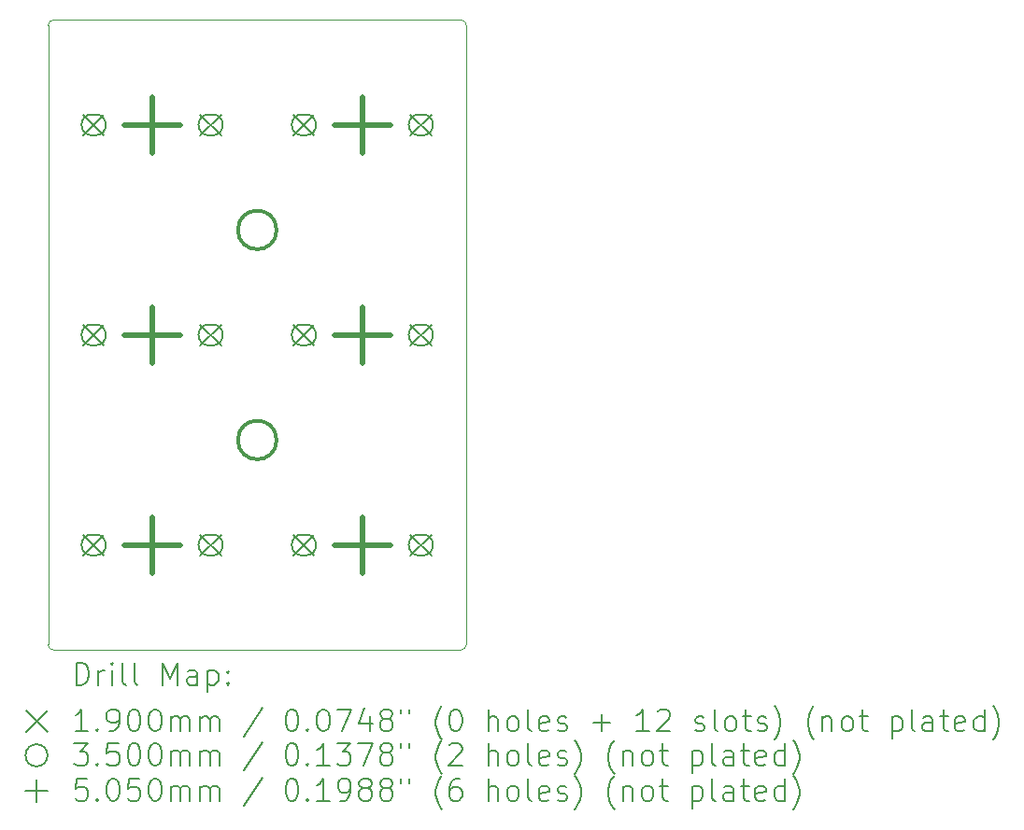
<source format=gbr>
%TF.GenerationSoftware,KiCad,Pcbnew,7.0.5*%
%TF.CreationDate,2023-07-24T08:36:52+08:00*%
%TF.ProjectId,RA,52412e6b-6963-4616-945f-706362585858,rev?*%
%TF.SameCoordinates,Original*%
%TF.FileFunction,Drillmap*%
%TF.FilePolarity,Positive*%
%FSLAX45Y45*%
G04 Gerber Fmt 4.5, Leading zero omitted, Abs format (unit mm)*
G04 Created by KiCad (PCBNEW 7.0.5) date 2023-07-24 08:36:52*
%MOMM*%
%LPD*%
G01*
G04 APERTURE LIST*
%ADD10C,0.100000*%
%ADD11C,0.200000*%
%ADD12C,0.190000*%
%ADD13C,0.350000*%
%ADD14C,0.505000*%
G04 APERTURE END LIST*
D10*
X15103500Y-10205500D02*
G75*
G03*
X15153500Y-10155500I0J50000D01*
G01*
X11363500Y-10155500D02*
G75*
G03*
X11413500Y-10205500I50000J0D01*
G01*
X15153500Y-4540500D02*
G75*
G03*
X15103500Y-4490500I-50000J0D01*
G01*
X11413500Y-4490500D02*
G75*
G03*
X11363500Y-4540500I0J-50000D01*
G01*
X15153500Y-10155500D02*
X15153500Y-4540500D01*
X15103500Y-4490500D02*
X11413500Y-4490500D01*
X15103500Y-10205500D02*
X11413500Y-10205500D01*
X11363500Y-4540500D02*
X11363500Y-10155500D01*
D11*
D12*
X11681000Y-5348000D02*
X11871000Y-5538000D01*
X11871000Y-5348000D02*
X11681000Y-5538000D01*
D11*
X11761000Y-5538000D02*
X11791000Y-5538000D01*
X11791000Y-5538000D02*
G75*
G03*
X11791000Y-5348000I0J95000D01*
G01*
X11791000Y-5348000D02*
X11761000Y-5348000D01*
X11761000Y-5348000D02*
G75*
G03*
X11761000Y-5538000I0J-95000D01*
G01*
D12*
X11681000Y-7253000D02*
X11871000Y-7443000D01*
X11871000Y-7253000D02*
X11681000Y-7443000D01*
D11*
X11761000Y-7443000D02*
X11791000Y-7443000D01*
X11791000Y-7443000D02*
G75*
G03*
X11791000Y-7253000I0J95000D01*
G01*
X11791000Y-7253000D02*
X11761000Y-7253000D01*
X11761000Y-7253000D02*
G75*
G03*
X11761000Y-7443000I0J-95000D01*
G01*
D12*
X11681000Y-9158000D02*
X11871000Y-9348000D01*
X11871000Y-9158000D02*
X11681000Y-9348000D01*
D11*
X11761000Y-9348000D02*
X11791000Y-9348000D01*
X11791000Y-9348000D02*
G75*
G03*
X11791000Y-9158000I0J95000D01*
G01*
X11791000Y-9158000D02*
X11761000Y-9158000D01*
X11761000Y-9158000D02*
G75*
G03*
X11761000Y-9348000I0J-95000D01*
G01*
D12*
X12741000Y-5348000D02*
X12931000Y-5538000D01*
X12931000Y-5348000D02*
X12741000Y-5538000D01*
D11*
X12821000Y-5538000D02*
X12851000Y-5538000D01*
X12851000Y-5538000D02*
G75*
G03*
X12851000Y-5348000I0J95000D01*
G01*
X12851000Y-5348000D02*
X12821000Y-5348000D01*
X12821000Y-5348000D02*
G75*
G03*
X12821000Y-5538000I0J-95000D01*
G01*
D12*
X12741000Y-7253000D02*
X12931000Y-7443000D01*
X12931000Y-7253000D02*
X12741000Y-7443000D01*
D11*
X12821000Y-7443000D02*
X12851000Y-7443000D01*
X12851000Y-7443000D02*
G75*
G03*
X12851000Y-7253000I0J95000D01*
G01*
X12851000Y-7253000D02*
X12821000Y-7253000D01*
X12821000Y-7253000D02*
G75*
G03*
X12821000Y-7443000I0J-95000D01*
G01*
D12*
X12741000Y-9158000D02*
X12931000Y-9348000D01*
X12931000Y-9158000D02*
X12741000Y-9348000D01*
D11*
X12821000Y-9348000D02*
X12851000Y-9348000D01*
X12851000Y-9348000D02*
G75*
G03*
X12851000Y-9158000I0J95000D01*
G01*
X12851000Y-9158000D02*
X12821000Y-9158000D01*
X12821000Y-9158000D02*
G75*
G03*
X12821000Y-9348000I0J-95000D01*
G01*
D12*
X13586000Y-5348000D02*
X13776000Y-5538000D01*
X13776000Y-5348000D02*
X13586000Y-5538000D01*
D11*
X13666000Y-5538000D02*
X13696000Y-5538000D01*
X13696000Y-5538000D02*
G75*
G03*
X13696000Y-5348000I0J95000D01*
G01*
X13696000Y-5348000D02*
X13666000Y-5348000D01*
X13666000Y-5348000D02*
G75*
G03*
X13666000Y-5538000I0J-95000D01*
G01*
D12*
X13586000Y-7253000D02*
X13776000Y-7443000D01*
X13776000Y-7253000D02*
X13586000Y-7443000D01*
D11*
X13666000Y-7443000D02*
X13696000Y-7443000D01*
X13696000Y-7443000D02*
G75*
G03*
X13696000Y-7253000I0J95000D01*
G01*
X13696000Y-7253000D02*
X13666000Y-7253000D01*
X13666000Y-7253000D02*
G75*
G03*
X13666000Y-7443000I0J-95000D01*
G01*
D12*
X13586000Y-9158000D02*
X13776000Y-9348000D01*
X13776000Y-9158000D02*
X13586000Y-9348000D01*
D11*
X13666000Y-9348000D02*
X13696000Y-9348000D01*
X13696000Y-9348000D02*
G75*
G03*
X13696000Y-9158000I0J95000D01*
G01*
X13696000Y-9158000D02*
X13666000Y-9158000D01*
X13666000Y-9158000D02*
G75*
G03*
X13666000Y-9348000I0J-95000D01*
G01*
D12*
X14646000Y-5348000D02*
X14836000Y-5538000D01*
X14836000Y-5348000D02*
X14646000Y-5538000D01*
D11*
X14726000Y-5538000D02*
X14756000Y-5538000D01*
X14756000Y-5538000D02*
G75*
G03*
X14756000Y-5348000I0J95000D01*
G01*
X14756000Y-5348000D02*
X14726000Y-5348000D01*
X14726000Y-5348000D02*
G75*
G03*
X14726000Y-5538000I0J-95000D01*
G01*
D12*
X14646000Y-7253000D02*
X14836000Y-7443000D01*
X14836000Y-7253000D02*
X14646000Y-7443000D01*
D11*
X14726000Y-7443000D02*
X14756000Y-7443000D01*
X14756000Y-7443000D02*
G75*
G03*
X14756000Y-7253000I0J95000D01*
G01*
X14756000Y-7253000D02*
X14726000Y-7253000D01*
X14726000Y-7253000D02*
G75*
G03*
X14726000Y-7443000I0J-95000D01*
G01*
D12*
X14646000Y-9158000D02*
X14836000Y-9348000D01*
X14836000Y-9158000D02*
X14646000Y-9348000D01*
D11*
X14726000Y-9348000D02*
X14756000Y-9348000D01*
X14756000Y-9348000D02*
G75*
G03*
X14756000Y-9158000I0J95000D01*
G01*
X14756000Y-9158000D02*
X14726000Y-9158000D01*
X14726000Y-9158000D02*
G75*
G03*
X14726000Y-9348000I0J-95000D01*
G01*
D13*
X13433500Y-6395500D02*
G75*
G03*
X13433500Y-6395500I-175000J0D01*
G01*
X13433500Y-8300500D02*
G75*
G03*
X13433500Y-8300500I-175000J0D01*
G01*
D14*
X12306000Y-5190500D02*
X12306000Y-5695500D01*
X12053500Y-5443000D02*
X12558500Y-5443000D01*
X12306000Y-7095500D02*
X12306000Y-7600500D01*
X12053500Y-7348000D02*
X12558500Y-7348000D01*
X12306000Y-9000500D02*
X12306000Y-9505500D01*
X12053500Y-9253000D02*
X12558500Y-9253000D01*
X14211000Y-5190500D02*
X14211000Y-5695500D01*
X13958500Y-5443000D02*
X14463500Y-5443000D01*
X14211000Y-7095500D02*
X14211000Y-7600500D01*
X13958500Y-7348000D02*
X14463500Y-7348000D01*
X14211000Y-9000500D02*
X14211000Y-9505500D01*
X13958500Y-9253000D02*
X14463500Y-9253000D01*
D11*
X11619277Y-10521984D02*
X11619277Y-10321984D01*
X11619277Y-10321984D02*
X11666896Y-10321984D01*
X11666896Y-10321984D02*
X11695467Y-10331508D01*
X11695467Y-10331508D02*
X11714515Y-10350555D01*
X11714515Y-10350555D02*
X11724039Y-10369603D01*
X11724039Y-10369603D02*
X11733562Y-10407698D01*
X11733562Y-10407698D02*
X11733562Y-10436270D01*
X11733562Y-10436270D02*
X11724039Y-10474365D01*
X11724039Y-10474365D02*
X11714515Y-10493412D01*
X11714515Y-10493412D02*
X11695467Y-10512460D01*
X11695467Y-10512460D02*
X11666896Y-10521984D01*
X11666896Y-10521984D02*
X11619277Y-10521984D01*
X11819277Y-10521984D02*
X11819277Y-10388650D01*
X11819277Y-10426746D02*
X11828801Y-10407698D01*
X11828801Y-10407698D02*
X11838324Y-10398174D01*
X11838324Y-10398174D02*
X11857372Y-10388650D01*
X11857372Y-10388650D02*
X11876420Y-10388650D01*
X11943086Y-10521984D02*
X11943086Y-10388650D01*
X11943086Y-10321984D02*
X11933562Y-10331508D01*
X11933562Y-10331508D02*
X11943086Y-10341031D01*
X11943086Y-10341031D02*
X11952610Y-10331508D01*
X11952610Y-10331508D02*
X11943086Y-10321984D01*
X11943086Y-10321984D02*
X11943086Y-10341031D01*
X12066896Y-10521984D02*
X12047848Y-10512460D01*
X12047848Y-10512460D02*
X12038324Y-10493412D01*
X12038324Y-10493412D02*
X12038324Y-10321984D01*
X12171658Y-10521984D02*
X12152610Y-10512460D01*
X12152610Y-10512460D02*
X12143086Y-10493412D01*
X12143086Y-10493412D02*
X12143086Y-10321984D01*
X12400229Y-10521984D02*
X12400229Y-10321984D01*
X12400229Y-10321984D02*
X12466896Y-10464841D01*
X12466896Y-10464841D02*
X12533562Y-10321984D01*
X12533562Y-10321984D02*
X12533562Y-10521984D01*
X12714515Y-10521984D02*
X12714515Y-10417222D01*
X12714515Y-10417222D02*
X12704991Y-10398174D01*
X12704991Y-10398174D02*
X12685943Y-10388650D01*
X12685943Y-10388650D02*
X12647848Y-10388650D01*
X12647848Y-10388650D02*
X12628801Y-10398174D01*
X12714515Y-10512460D02*
X12695467Y-10521984D01*
X12695467Y-10521984D02*
X12647848Y-10521984D01*
X12647848Y-10521984D02*
X12628801Y-10512460D01*
X12628801Y-10512460D02*
X12619277Y-10493412D01*
X12619277Y-10493412D02*
X12619277Y-10474365D01*
X12619277Y-10474365D02*
X12628801Y-10455317D01*
X12628801Y-10455317D02*
X12647848Y-10445793D01*
X12647848Y-10445793D02*
X12695467Y-10445793D01*
X12695467Y-10445793D02*
X12714515Y-10436270D01*
X12809753Y-10388650D02*
X12809753Y-10588650D01*
X12809753Y-10398174D02*
X12828801Y-10388650D01*
X12828801Y-10388650D02*
X12866896Y-10388650D01*
X12866896Y-10388650D02*
X12885943Y-10398174D01*
X12885943Y-10398174D02*
X12895467Y-10407698D01*
X12895467Y-10407698D02*
X12904991Y-10426746D01*
X12904991Y-10426746D02*
X12904991Y-10483889D01*
X12904991Y-10483889D02*
X12895467Y-10502936D01*
X12895467Y-10502936D02*
X12885943Y-10512460D01*
X12885943Y-10512460D02*
X12866896Y-10521984D01*
X12866896Y-10521984D02*
X12828801Y-10521984D01*
X12828801Y-10521984D02*
X12809753Y-10512460D01*
X12990705Y-10502936D02*
X13000229Y-10512460D01*
X13000229Y-10512460D02*
X12990705Y-10521984D01*
X12990705Y-10521984D02*
X12981182Y-10512460D01*
X12981182Y-10512460D02*
X12990705Y-10502936D01*
X12990705Y-10502936D02*
X12990705Y-10521984D01*
X12990705Y-10398174D02*
X13000229Y-10407698D01*
X13000229Y-10407698D02*
X12990705Y-10417222D01*
X12990705Y-10417222D02*
X12981182Y-10407698D01*
X12981182Y-10407698D02*
X12990705Y-10398174D01*
X12990705Y-10398174D02*
X12990705Y-10417222D01*
D12*
X11168500Y-10755500D02*
X11358500Y-10945500D01*
X11358500Y-10755500D02*
X11168500Y-10945500D01*
D11*
X11724039Y-10941984D02*
X11609753Y-10941984D01*
X11666896Y-10941984D02*
X11666896Y-10741984D01*
X11666896Y-10741984D02*
X11647848Y-10770555D01*
X11647848Y-10770555D02*
X11628801Y-10789603D01*
X11628801Y-10789603D02*
X11609753Y-10799127D01*
X11809753Y-10922936D02*
X11819277Y-10932460D01*
X11819277Y-10932460D02*
X11809753Y-10941984D01*
X11809753Y-10941984D02*
X11800229Y-10932460D01*
X11800229Y-10932460D02*
X11809753Y-10922936D01*
X11809753Y-10922936D02*
X11809753Y-10941984D01*
X11914515Y-10941984D02*
X11952610Y-10941984D01*
X11952610Y-10941984D02*
X11971658Y-10932460D01*
X11971658Y-10932460D02*
X11981182Y-10922936D01*
X11981182Y-10922936D02*
X12000229Y-10894365D01*
X12000229Y-10894365D02*
X12009753Y-10856270D01*
X12009753Y-10856270D02*
X12009753Y-10780079D01*
X12009753Y-10780079D02*
X12000229Y-10761031D01*
X12000229Y-10761031D02*
X11990705Y-10751508D01*
X11990705Y-10751508D02*
X11971658Y-10741984D01*
X11971658Y-10741984D02*
X11933562Y-10741984D01*
X11933562Y-10741984D02*
X11914515Y-10751508D01*
X11914515Y-10751508D02*
X11904991Y-10761031D01*
X11904991Y-10761031D02*
X11895467Y-10780079D01*
X11895467Y-10780079D02*
X11895467Y-10827698D01*
X11895467Y-10827698D02*
X11904991Y-10846746D01*
X11904991Y-10846746D02*
X11914515Y-10856270D01*
X11914515Y-10856270D02*
X11933562Y-10865793D01*
X11933562Y-10865793D02*
X11971658Y-10865793D01*
X11971658Y-10865793D02*
X11990705Y-10856270D01*
X11990705Y-10856270D02*
X12000229Y-10846746D01*
X12000229Y-10846746D02*
X12009753Y-10827698D01*
X12133562Y-10741984D02*
X12152610Y-10741984D01*
X12152610Y-10741984D02*
X12171658Y-10751508D01*
X12171658Y-10751508D02*
X12181182Y-10761031D01*
X12181182Y-10761031D02*
X12190705Y-10780079D01*
X12190705Y-10780079D02*
X12200229Y-10818174D01*
X12200229Y-10818174D02*
X12200229Y-10865793D01*
X12200229Y-10865793D02*
X12190705Y-10903889D01*
X12190705Y-10903889D02*
X12181182Y-10922936D01*
X12181182Y-10922936D02*
X12171658Y-10932460D01*
X12171658Y-10932460D02*
X12152610Y-10941984D01*
X12152610Y-10941984D02*
X12133562Y-10941984D01*
X12133562Y-10941984D02*
X12114515Y-10932460D01*
X12114515Y-10932460D02*
X12104991Y-10922936D01*
X12104991Y-10922936D02*
X12095467Y-10903889D01*
X12095467Y-10903889D02*
X12085943Y-10865793D01*
X12085943Y-10865793D02*
X12085943Y-10818174D01*
X12085943Y-10818174D02*
X12095467Y-10780079D01*
X12095467Y-10780079D02*
X12104991Y-10761031D01*
X12104991Y-10761031D02*
X12114515Y-10751508D01*
X12114515Y-10751508D02*
X12133562Y-10741984D01*
X12324039Y-10741984D02*
X12343086Y-10741984D01*
X12343086Y-10741984D02*
X12362134Y-10751508D01*
X12362134Y-10751508D02*
X12371658Y-10761031D01*
X12371658Y-10761031D02*
X12381182Y-10780079D01*
X12381182Y-10780079D02*
X12390705Y-10818174D01*
X12390705Y-10818174D02*
X12390705Y-10865793D01*
X12390705Y-10865793D02*
X12381182Y-10903889D01*
X12381182Y-10903889D02*
X12371658Y-10922936D01*
X12371658Y-10922936D02*
X12362134Y-10932460D01*
X12362134Y-10932460D02*
X12343086Y-10941984D01*
X12343086Y-10941984D02*
X12324039Y-10941984D01*
X12324039Y-10941984D02*
X12304991Y-10932460D01*
X12304991Y-10932460D02*
X12295467Y-10922936D01*
X12295467Y-10922936D02*
X12285943Y-10903889D01*
X12285943Y-10903889D02*
X12276420Y-10865793D01*
X12276420Y-10865793D02*
X12276420Y-10818174D01*
X12276420Y-10818174D02*
X12285943Y-10780079D01*
X12285943Y-10780079D02*
X12295467Y-10761031D01*
X12295467Y-10761031D02*
X12304991Y-10751508D01*
X12304991Y-10751508D02*
X12324039Y-10741984D01*
X12476420Y-10941984D02*
X12476420Y-10808650D01*
X12476420Y-10827698D02*
X12485943Y-10818174D01*
X12485943Y-10818174D02*
X12504991Y-10808650D01*
X12504991Y-10808650D02*
X12533563Y-10808650D01*
X12533563Y-10808650D02*
X12552610Y-10818174D01*
X12552610Y-10818174D02*
X12562134Y-10837222D01*
X12562134Y-10837222D02*
X12562134Y-10941984D01*
X12562134Y-10837222D02*
X12571658Y-10818174D01*
X12571658Y-10818174D02*
X12590705Y-10808650D01*
X12590705Y-10808650D02*
X12619277Y-10808650D01*
X12619277Y-10808650D02*
X12638324Y-10818174D01*
X12638324Y-10818174D02*
X12647848Y-10837222D01*
X12647848Y-10837222D02*
X12647848Y-10941984D01*
X12743086Y-10941984D02*
X12743086Y-10808650D01*
X12743086Y-10827698D02*
X12752610Y-10818174D01*
X12752610Y-10818174D02*
X12771658Y-10808650D01*
X12771658Y-10808650D02*
X12800229Y-10808650D01*
X12800229Y-10808650D02*
X12819277Y-10818174D01*
X12819277Y-10818174D02*
X12828801Y-10837222D01*
X12828801Y-10837222D02*
X12828801Y-10941984D01*
X12828801Y-10837222D02*
X12838324Y-10818174D01*
X12838324Y-10818174D02*
X12857372Y-10808650D01*
X12857372Y-10808650D02*
X12885943Y-10808650D01*
X12885943Y-10808650D02*
X12904991Y-10818174D01*
X12904991Y-10818174D02*
X12914515Y-10837222D01*
X12914515Y-10837222D02*
X12914515Y-10941984D01*
X13304991Y-10732460D02*
X13133563Y-10989603D01*
X13562134Y-10741984D02*
X13581182Y-10741984D01*
X13581182Y-10741984D02*
X13600229Y-10751508D01*
X13600229Y-10751508D02*
X13609753Y-10761031D01*
X13609753Y-10761031D02*
X13619277Y-10780079D01*
X13619277Y-10780079D02*
X13628801Y-10818174D01*
X13628801Y-10818174D02*
X13628801Y-10865793D01*
X13628801Y-10865793D02*
X13619277Y-10903889D01*
X13619277Y-10903889D02*
X13609753Y-10922936D01*
X13609753Y-10922936D02*
X13600229Y-10932460D01*
X13600229Y-10932460D02*
X13581182Y-10941984D01*
X13581182Y-10941984D02*
X13562134Y-10941984D01*
X13562134Y-10941984D02*
X13543086Y-10932460D01*
X13543086Y-10932460D02*
X13533563Y-10922936D01*
X13533563Y-10922936D02*
X13524039Y-10903889D01*
X13524039Y-10903889D02*
X13514515Y-10865793D01*
X13514515Y-10865793D02*
X13514515Y-10818174D01*
X13514515Y-10818174D02*
X13524039Y-10780079D01*
X13524039Y-10780079D02*
X13533563Y-10761031D01*
X13533563Y-10761031D02*
X13543086Y-10751508D01*
X13543086Y-10751508D02*
X13562134Y-10741984D01*
X13714515Y-10922936D02*
X13724039Y-10932460D01*
X13724039Y-10932460D02*
X13714515Y-10941984D01*
X13714515Y-10941984D02*
X13704991Y-10932460D01*
X13704991Y-10932460D02*
X13714515Y-10922936D01*
X13714515Y-10922936D02*
X13714515Y-10941984D01*
X13847848Y-10741984D02*
X13866896Y-10741984D01*
X13866896Y-10741984D02*
X13885944Y-10751508D01*
X13885944Y-10751508D02*
X13895467Y-10761031D01*
X13895467Y-10761031D02*
X13904991Y-10780079D01*
X13904991Y-10780079D02*
X13914515Y-10818174D01*
X13914515Y-10818174D02*
X13914515Y-10865793D01*
X13914515Y-10865793D02*
X13904991Y-10903889D01*
X13904991Y-10903889D02*
X13895467Y-10922936D01*
X13895467Y-10922936D02*
X13885944Y-10932460D01*
X13885944Y-10932460D02*
X13866896Y-10941984D01*
X13866896Y-10941984D02*
X13847848Y-10941984D01*
X13847848Y-10941984D02*
X13828801Y-10932460D01*
X13828801Y-10932460D02*
X13819277Y-10922936D01*
X13819277Y-10922936D02*
X13809753Y-10903889D01*
X13809753Y-10903889D02*
X13800229Y-10865793D01*
X13800229Y-10865793D02*
X13800229Y-10818174D01*
X13800229Y-10818174D02*
X13809753Y-10780079D01*
X13809753Y-10780079D02*
X13819277Y-10761031D01*
X13819277Y-10761031D02*
X13828801Y-10751508D01*
X13828801Y-10751508D02*
X13847848Y-10741984D01*
X13981182Y-10741984D02*
X14114515Y-10741984D01*
X14114515Y-10741984D02*
X14028801Y-10941984D01*
X14276420Y-10808650D02*
X14276420Y-10941984D01*
X14228801Y-10732460D02*
X14181182Y-10875317D01*
X14181182Y-10875317D02*
X14304991Y-10875317D01*
X14409753Y-10827698D02*
X14390706Y-10818174D01*
X14390706Y-10818174D02*
X14381182Y-10808650D01*
X14381182Y-10808650D02*
X14371658Y-10789603D01*
X14371658Y-10789603D02*
X14371658Y-10780079D01*
X14371658Y-10780079D02*
X14381182Y-10761031D01*
X14381182Y-10761031D02*
X14390706Y-10751508D01*
X14390706Y-10751508D02*
X14409753Y-10741984D01*
X14409753Y-10741984D02*
X14447848Y-10741984D01*
X14447848Y-10741984D02*
X14466896Y-10751508D01*
X14466896Y-10751508D02*
X14476420Y-10761031D01*
X14476420Y-10761031D02*
X14485944Y-10780079D01*
X14485944Y-10780079D02*
X14485944Y-10789603D01*
X14485944Y-10789603D02*
X14476420Y-10808650D01*
X14476420Y-10808650D02*
X14466896Y-10818174D01*
X14466896Y-10818174D02*
X14447848Y-10827698D01*
X14447848Y-10827698D02*
X14409753Y-10827698D01*
X14409753Y-10827698D02*
X14390706Y-10837222D01*
X14390706Y-10837222D02*
X14381182Y-10846746D01*
X14381182Y-10846746D02*
X14371658Y-10865793D01*
X14371658Y-10865793D02*
X14371658Y-10903889D01*
X14371658Y-10903889D02*
X14381182Y-10922936D01*
X14381182Y-10922936D02*
X14390706Y-10932460D01*
X14390706Y-10932460D02*
X14409753Y-10941984D01*
X14409753Y-10941984D02*
X14447848Y-10941984D01*
X14447848Y-10941984D02*
X14466896Y-10932460D01*
X14466896Y-10932460D02*
X14476420Y-10922936D01*
X14476420Y-10922936D02*
X14485944Y-10903889D01*
X14485944Y-10903889D02*
X14485944Y-10865793D01*
X14485944Y-10865793D02*
X14476420Y-10846746D01*
X14476420Y-10846746D02*
X14466896Y-10837222D01*
X14466896Y-10837222D02*
X14447848Y-10827698D01*
X14562134Y-10741984D02*
X14562134Y-10780079D01*
X14638325Y-10741984D02*
X14638325Y-10780079D01*
X14933563Y-11018174D02*
X14924039Y-11008650D01*
X14924039Y-11008650D02*
X14904991Y-10980079D01*
X14904991Y-10980079D02*
X14895468Y-10961031D01*
X14895468Y-10961031D02*
X14885944Y-10932460D01*
X14885944Y-10932460D02*
X14876420Y-10884841D01*
X14876420Y-10884841D02*
X14876420Y-10846746D01*
X14876420Y-10846746D02*
X14885944Y-10799127D01*
X14885944Y-10799127D02*
X14895468Y-10770555D01*
X14895468Y-10770555D02*
X14904991Y-10751508D01*
X14904991Y-10751508D02*
X14924039Y-10722936D01*
X14924039Y-10722936D02*
X14933563Y-10713412D01*
X15047848Y-10741984D02*
X15066896Y-10741984D01*
X15066896Y-10741984D02*
X15085944Y-10751508D01*
X15085944Y-10751508D02*
X15095468Y-10761031D01*
X15095468Y-10761031D02*
X15104991Y-10780079D01*
X15104991Y-10780079D02*
X15114515Y-10818174D01*
X15114515Y-10818174D02*
X15114515Y-10865793D01*
X15114515Y-10865793D02*
X15104991Y-10903889D01*
X15104991Y-10903889D02*
X15095468Y-10922936D01*
X15095468Y-10922936D02*
X15085944Y-10932460D01*
X15085944Y-10932460D02*
X15066896Y-10941984D01*
X15066896Y-10941984D02*
X15047848Y-10941984D01*
X15047848Y-10941984D02*
X15028801Y-10932460D01*
X15028801Y-10932460D02*
X15019277Y-10922936D01*
X15019277Y-10922936D02*
X15009753Y-10903889D01*
X15009753Y-10903889D02*
X15000229Y-10865793D01*
X15000229Y-10865793D02*
X15000229Y-10818174D01*
X15000229Y-10818174D02*
X15009753Y-10780079D01*
X15009753Y-10780079D02*
X15019277Y-10761031D01*
X15019277Y-10761031D02*
X15028801Y-10751508D01*
X15028801Y-10751508D02*
X15047848Y-10741984D01*
X15352610Y-10941984D02*
X15352610Y-10741984D01*
X15438325Y-10941984D02*
X15438325Y-10837222D01*
X15438325Y-10837222D02*
X15428801Y-10818174D01*
X15428801Y-10818174D02*
X15409753Y-10808650D01*
X15409753Y-10808650D02*
X15381182Y-10808650D01*
X15381182Y-10808650D02*
X15362134Y-10818174D01*
X15362134Y-10818174D02*
X15352610Y-10827698D01*
X15562134Y-10941984D02*
X15543087Y-10932460D01*
X15543087Y-10932460D02*
X15533563Y-10922936D01*
X15533563Y-10922936D02*
X15524039Y-10903889D01*
X15524039Y-10903889D02*
X15524039Y-10846746D01*
X15524039Y-10846746D02*
X15533563Y-10827698D01*
X15533563Y-10827698D02*
X15543087Y-10818174D01*
X15543087Y-10818174D02*
X15562134Y-10808650D01*
X15562134Y-10808650D02*
X15590706Y-10808650D01*
X15590706Y-10808650D02*
X15609753Y-10818174D01*
X15609753Y-10818174D02*
X15619277Y-10827698D01*
X15619277Y-10827698D02*
X15628801Y-10846746D01*
X15628801Y-10846746D02*
X15628801Y-10903889D01*
X15628801Y-10903889D02*
X15619277Y-10922936D01*
X15619277Y-10922936D02*
X15609753Y-10932460D01*
X15609753Y-10932460D02*
X15590706Y-10941984D01*
X15590706Y-10941984D02*
X15562134Y-10941984D01*
X15743087Y-10941984D02*
X15724039Y-10932460D01*
X15724039Y-10932460D02*
X15714515Y-10913412D01*
X15714515Y-10913412D02*
X15714515Y-10741984D01*
X15895468Y-10932460D02*
X15876420Y-10941984D01*
X15876420Y-10941984D02*
X15838325Y-10941984D01*
X15838325Y-10941984D02*
X15819277Y-10932460D01*
X15819277Y-10932460D02*
X15809753Y-10913412D01*
X15809753Y-10913412D02*
X15809753Y-10837222D01*
X15809753Y-10837222D02*
X15819277Y-10818174D01*
X15819277Y-10818174D02*
X15838325Y-10808650D01*
X15838325Y-10808650D02*
X15876420Y-10808650D01*
X15876420Y-10808650D02*
X15895468Y-10818174D01*
X15895468Y-10818174D02*
X15904991Y-10837222D01*
X15904991Y-10837222D02*
X15904991Y-10856270D01*
X15904991Y-10856270D02*
X15809753Y-10875317D01*
X15981182Y-10932460D02*
X16000230Y-10941984D01*
X16000230Y-10941984D02*
X16038325Y-10941984D01*
X16038325Y-10941984D02*
X16057372Y-10932460D01*
X16057372Y-10932460D02*
X16066896Y-10913412D01*
X16066896Y-10913412D02*
X16066896Y-10903889D01*
X16066896Y-10903889D02*
X16057372Y-10884841D01*
X16057372Y-10884841D02*
X16038325Y-10875317D01*
X16038325Y-10875317D02*
X16009753Y-10875317D01*
X16009753Y-10875317D02*
X15990706Y-10865793D01*
X15990706Y-10865793D02*
X15981182Y-10846746D01*
X15981182Y-10846746D02*
X15981182Y-10837222D01*
X15981182Y-10837222D02*
X15990706Y-10818174D01*
X15990706Y-10818174D02*
X16009753Y-10808650D01*
X16009753Y-10808650D02*
X16038325Y-10808650D01*
X16038325Y-10808650D02*
X16057372Y-10818174D01*
X16304992Y-10865793D02*
X16457373Y-10865793D01*
X16381182Y-10941984D02*
X16381182Y-10789603D01*
X16809754Y-10941984D02*
X16695468Y-10941984D01*
X16752611Y-10941984D02*
X16752611Y-10741984D01*
X16752611Y-10741984D02*
X16733563Y-10770555D01*
X16733563Y-10770555D02*
X16714515Y-10789603D01*
X16714515Y-10789603D02*
X16695468Y-10799127D01*
X16885944Y-10761031D02*
X16895468Y-10751508D01*
X16895468Y-10751508D02*
X16914515Y-10741984D01*
X16914515Y-10741984D02*
X16962135Y-10741984D01*
X16962135Y-10741984D02*
X16981182Y-10751508D01*
X16981182Y-10751508D02*
X16990706Y-10761031D01*
X16990706Y-10761031D02*
X17000230Y-10780079D01*
X17000230Y-10780079D02*
X17000230Y-10799127D01*
X17000230Y-10799127D02*
X16990706Y-10827698D01*
X16990706Y-10827698D02*
X16876420Y-10941984D01*
X16876420Y-10941984D02*
X17000230Y-10941984D01*
X17228801Y-10932460D02*
X17247849Y-10941984D01*
X17247849Y-10941984D02*
X17285944Y-10941984D01*
X17285944Y-10941984D02*
X17304992Y-10932460D01*
X17304992Y-10932460D02*
X17314516Y-10913412D01*
X17314516Y-10913412D02*
X17314516Y-10903889D01*
X17314516Y-10903889D02*
X17304992Y-10884841D01*
X17304992Y-10884841D02*
X17285944Y-10875317D01*
X17285944Y-10875317D02*
X17257373Y-10875317D01*
X17257373Y-10875317D02*
X17238325Y-10865793D01*
X17238325Y-10865793D02*
X17228801Y-10846746D01*
X17228801Y-10846746D02*
X17228801Y-10837222D01*
X17228801Y-10837222D02*
X17238325Y-10818174D01*
X17238325Y-10818174D02*
X17257373Y-10808650D01*
X17257373Y-10808650D02*
X17285944Y-10808650D01*
X17285944Y-10808650D02*
X17304992Y-10818174D01*
X17428801Y-10941984D02*
X17409754Y-10932460D01*
X17409754Y-10932460D02*
X17400230Y-10913412D01*
X17400230Y-10913412D02*
X17400230Y-10741984D01*
X17533563Y-10941984D02*
X17514516Y-10932460D01*
X17514516Y-10932460D02*
X17504992Y-10922936D01*
X17504992Y-10922936D02*
X17495468Y-10903889D01*
X17495468Y-10903889D02*
X17495468Y-10846746D01*
X17495468Y-10846746D02*
X17504992Y-10827698D01*
X17504992Y-10827698D02*
X17514516Y-10818174D01*
X17514516Y-10818174D02*
X17533563Y-10808650D01*
X17533563Y-10808650D02*
X17562135Y-10808650D01*
X17562135Y-10808650D02*
X17581182Y-10818174D01*
X17581182Y-10818174D02*
X17590706Y-10827698D01*
X17590706Y-10827698D02*
X17600230Y-10846746D01*
X17600230Y-10846746D02*
X17600230Y-10903889D01*
X17600230Y-10903889D02*
X17590706Y-10922936D01*
X17590706Y-10922936D02*
X17581182Y-10932460D01*
X17581182Y-10932460D02*
X17562135Y-10941984D01*
X17562135Y-10941984D02*
X17533563Y-10941984D01*
X17657373Y-10808650D02*
X17733563Y-10808650D01*
X17685944Y-10741984D02*
X17685944Y-10913412D01*
X17685944Y-10913412D02*
X17695468Y-10932460D01*
X17695468Y-10932460D02*
X17714516Y-10941984D01*
X17714516Y-10941984D02*
X17733563Y-10941984D01*
X17790706Y-10932460D02*
X17809754Y-10941984D01*
X17809754Y-10941984D02*
X17847849Y-10941984D01*
X17847849Y-10941984D02*
X17866897Y-10932460D01*
X17866897Y-10932460D02*
X17876420Y-10913412D01*
X17876420Y-10913412D02*
X17876420Y-10903889D01*
X17876420Y-10903889D02*
X17866897Y-10884841D01*
X17866897Y-10884841D02*
X17847849Y-10875317D01*
X17847849Y-10875317D02*
X17819277Y-10875317D01*
X17819277Y-10875317D02*
X17800230Y-10865793D01*
X17800230Y-10865793D02*
X17790706Y-10846746D01*
X17790706Y-10846746D02*
X17790706Y-10837222D01*
X17790706Y-10837222D02*
X17800230Y-10818174D01*
X17800230Y-10818174D02*
X17819277Y-10808650D01*
X17819277Y-10808650D02*
X17847849Y-10808650D01*
X17847849Y-10808650D02*
X17866897Y-10818174D01*
X17943087Y-11018174D02*
X17952611Y-11008650D01*
X17952611Y-11008650D02*
X17971658Y-10980079D01*
X17971658Y-10980079D02*
X17981182Y-10961031D01*
X17981182Y-10961031D02*
X17990706Y-10932460D01*
X17990706Y-10932460D02*
X18000230Y-10884841D01*
X18000230Y-10884841D02*
X18000230Y-10846746D01*
X18000230Y-10846746D02*
X17990706Y-10799127D01*
X17990706Y-10799127D02*
X17981182Y-10770555D01*
X17981182Y-10770555D02*
X17971658Y-10751508D01*
X17971658Y-10751508D02*
X17952611Y-10722936D01*
X17952611Y-10722936D02*
X17943087Y-10713412D01*
X18304992Y-11018174D02*
X18295468Y-11008650D01*
X18295468Y-11008650D02*
X18276420Y-10980079D01*
X18276420Y-10980079D02*
X18266897Y-10961031D01*
X18266897Y-10961031D02*
X18257373Y-10932460D01*
X18257373Y-10932460D02*
X18247849Y-10884841D01*
X18247849Y-10884841D02*
X18247849Y-10846746D01*
X18247849Y-10846746D02*
X18257373Y-10799127D01*
X18257373Y-10799127D02*
X18266897Y-10770555D01*
X18266897Y-10770555D02*
X18276420Y-10751508D01*
X18276420Y-10751508D02*
X18295468Y-10722936D01*
X18295468Y-10722936D02*
X18304992Y-10713412D01*
X18381182Y-10808650D02*
X18381182Y-10941984D01*
X18381182Y-10827698D02*
X18390706Y-10818174D01*
X18390706Y-10818174D02*
X18409754Y-10808650D01*
X18409754Y-10808650D02*
X18438325Y-10808650D01*
X18438325Y-10808650D02*
X18457373Y-10818174D01*
X18457373Y-10818174D02*
X18466897Y-10837222D01*
X18466897Y-10837222D02*
X18466897Y-10941984D01*
X18590706Y-10941984D02*
X18571658Y-10932460D01*
X18571658Y-10932460D02*
X18562135Y-10922936D01*
X18562135Y-10922936D02*
X18552611Y-10903889D01*
X18552611Y-10903889D02*
X18552611Y-10846746D01*
X18552611Y-10846746D02*
X18562135Y-10827698D01*
X18562135Y-10827698D02*
X18571658Y-10818174D01*
X18571658Y-10818174D02*
X18590706Y-10808650D01*
X18590706Y-10808650D02*
X18619278Y-10808650D01*
X18619278Y-10808650D02*
X18638325Y-10818174D01*
X18638325Y-10818174D02*
X18647849Y-10827698D01*
X18647849Y-10827698D02*
X18657373Y-10846746D01*
X18657373Y-10846746D02*
X18657373Y-10903889D01*
X18657373Y-10903889D02*
X18647849Y-10922936D01*
X18647849Y-10922936D02*
X18638325Y-10932460D01*
X18638325Y-10932460D02*
X18619278Y-10941984D01*
X18619278Y-10941984D02*
X18590706Y-10941984D01*
X18714516Y-10808650D02*
X18790706Y-10808650D01*
X18743087Y-10741984D02*
X18743087Y-10913412D01*
X18743087Y-10913412D02*
X18752611Y-10932460D01*
X18752611Y-10932460D02*
X18771658Y-10941984D01*
X18771658Y-10941984D02*
X18790706Y-10941984D01*
X19009754Y-10808650D02*
X19009754Y-11008650D01*
X19009754Y-10818174D02*
X19028801Y-10808650D01*
X19028801Y-10808650D02*
X19066897Y-10808650D01*
X19066897Y-10808650D02*
X19085944Y-10818174D01*
X19085944Y-10818174D02*
X19095468Y-10827698D01*
X19095468Y-10827698D02*
X19104992Y-10846746D01*
X19104992Y-10846746D02*
X19104992Y-10903889D01*
X19104992Y-10903889D02*
X19095468Y-10922936D01*
X19095468Y-10922936D02*
X19085944Y-10932460D01*
X19085944Y-10932460D02*
X19066897Y-10941984D01*
X19066897Y-10941984D02*
X19028801Y-10941984D01*
X19028801Y-10941984D02*
X19009754Y-10932460D01*
X19219278Y-10941984D02*
X19200230Y-10932460D01*
X19200230Y-10932460D02*
X19190706Y-10913412D01*
X19190706Y-10913412D02*
X19190706Y-10741984D01*
X19381182Y-10941984D02*
X19381182Y-10837222D01*
X19381182Y-10837222D02*
X19371659Y-10818174D01*
X19371659Y-10818174D02*
X19352611Y-10808650D01*
X19352611Y-10808650D02*
X19314516Y-10808650D01*
X19314516Y-10808650D02*
X19295468Y-10818174D01*
X19381182Y-10932460D02*
X19362135Y-10941984D01*
X19362135Y-10941984D02*
X19314516Y-10941984D01*
X19314516Y-10941984D02*
X19295468Y-10932460D01*
X19295468Y-10932460D02*
X19285944Y-10913412D01*
X19285944Y-10913412D02*
X19285944Y-10894365D01*
X19285944Y-10894365D02*
X19295468Y-10875317D01*
X19295468Y-10875317D02*
X19314516Y-10865793D01*
X19314516Y-10865793D02*
X19362135Y-10865793D01*
X19362135Y-10865793D02*
X19381182Y-10856270D01*
X19447849Y-10808650D02*
X19524039Y-10808650D01*
X19476420Y-10741984D02*
X19476420Y-10913412D01*
X19476420Y-10913412D02*
X19485944Y-10932460D01*
X19485944Y-10932460D02*
X19504992Y-10941984D01*
X19504992Y-10941984D02*
X19524039Y-10941984D01*
X19666897Y-10932460D02*
X19647849Y-10941984D01*
X19647849Y-10941984D02*
X19609754Y-10941984D01*
X19609754Y-10941984D02*
X19590706Y-10932460D01*
X19590706Y-10932460D02*
X19581182Y-10913412D01*
X19581182Y-10913412D02*
X19581182Y-10837222D01*
X19581182Y-10837222D02*
X19590706Y-10818174D01*
X19590706Y-10818174D02*
X19609754Y-10808650D01*
X19609754Y-10808650D02*
X19647849Y-10808650D01*
X19647849Y-10808650D02*
X19666897Y-10818174D01*
X19666897Y-10818174D02*
X19676420Y-10837222D01*
X19676420Y-10837222D02*
X19676420Y-10856270D01*
X19676420Y-10856270D02*
X19581182Y-10875317D01*
X19847849Y-10941984D02*
X19847849Y-10741984D01*
X19847849Y-10932460D02*
X19828801Y-10941984D01*
X19828801Y-10941984D02*
X19790706Y-10941984D01*
X19790706Y-10941984D02*
X19771659Y-10932460D01*
X19771659Y-10932460D02*
X19762135Y-10922936D01*
X19762135Y-10922936D02*
X19752611Y-10903889D01*
X19752611Y-10903889D02*
X19752611Y-10846746D01*
X19752611Y-10846746D02*
X19762135Y-10827698D01*
X19762135Y-10827698D02*
X19771659Y-10818174D01*
X19771659Y-10818174D02*
X19790706Y-10808650D01*
X19790706Y-10808650D02*
X19828801Y-10808650D01*
X19828801Y-10808650D02*
X19847849Y-10818174D01*
X19924040Y-11018174D02*
X19933563Y-11008650D01*
X19933563Y-11008650D02*
X19952611Y-10980079D01*
X19952611Y-10980079D02*
X19962135Y-10961031D01*
X19962135Y-10961031D02*
X19971659Y-10932460D01*
X19971659Y-10932460D02*
X19981182Y-10884841D01*
X19981182Y-10884841D02*
X19981182Y-10846746D01*
X19981182Y-10846746D02*
X19971659Y-10799127D01*
X19971659Y-10799127D02*
X19962135Y-10770555D01*
X19962135Y-10770555D02*
X19952611Y-10751508D01*
X19952611Y-10751508D02*
X19933563Y-10722936D01*
X19933563Y-10722936D02*
X19924040Y-10713412D01*
X11358500Y-11160500D02*
G75*
G03*
X11358500Y-11160500I-100000J0D01*
G01*
X11600229Y-11051984D02*
X11724039Y-11051984D01*
X11724039Y-11051984D02*
X11657372Y-11128174D01*
X11657372Y-11128174D02*
X11685943Y-11128174D01*
X11685943Y-11128174D02*
X11704991Y-11137698D01*
X11704991Y-11137698D02*
X11714515Y-11147222D01*
X11714515Y-11147222D02*
X11724039Y-11166270D01*
X11724039Y-11166270D02*
X11724039Y-11213888D01*
X11724039Y-11213888D02*
X11714515Y-11232936D01*
X11714515Y-11232936D02*
X11704991Y-11242460D01*
X11704991Y-11242460D02*
X11685943Y-11251984D01*
X11685943Y-11251984D02*
X11628801Y-11251984D01*
X11628801Y-11251984D02*
X11609753Y-11242460D01*
X11609753Y-11242460D02*
X11600229Y-11232936D01*
X11809753Y-11232936D02*
X11819277Y-11242460D01*
X11819277Y-11242460D02*
X11809753Y-11251984D01*
X11809753Y-11251984D02*
X11800229Y-11242460D01*
X11800229Y-11242460D02*
X11809753Y-11232936D01*
X11809753Y-11232936D02*
X11809753Y-11251984D01*
X12000229Y-11051984D02*
X11904991Y-11051984D01*
X11904991Y-11051984D02*
X11895467Y-11147222D01*
X11895467Y-11147222D02*
X11904991Y-11137698D01*
X11904991Y-11137698D02*
X11924039Y-11128174D01*
X11924039Y-11128174D02*
X11971658Y-11128174D01*
X11971658Y-11128174D02*
X11990705Y-11137698D01*
X11990705Y-11137698D02*
X12000229Y-11147222D01*
X12000229Y-11147222D02*
X12009753Y-11166270D01*
X12009753Y-11166270D02*
X12009753Y-11213888D01*
X12009753Y-11213888D02*
X12000229Y-11232936D01*
X12000229Y-11232936D02*
X11990705Y-11242460D01*
X11990705Y-11242460D02*
X11971658Y-11251984D01*
X11971658Y-11251984D02*
X11924039Y-11251984D01*
X11924039Y-11251984D02*
X11904991Y-11242460D01*
X11904991Y-11242460D02*
X11895467Y-11232936D01*
X12133562Y-11051984D02*
X12152610Y-11051984D01*
X12152610Y-11051984D02*
X12171658Y-11061508D01*
X12171658Y-11061508D02*
X12181182Y-11071031D01*
X12181182Y-11071031D02*
X12190705Y-11090079D01*
X12190705Y-11090079D02*
X12200229Y-11128174D01*
X12200229Y-11128174D02*
X12200229Y-11175793D01*
X12200229Y-11175793D02*
X12190705Y-11213888D01*
X12190705Y-11213888D02*
X12181182Y-11232936D01*
X12181182Y-11232936D02*
X12171658Y-11242460D01*
X12171658Y-11242460D02*
X12152610Y-11251984D01*
X12152610Y-11251984D02*
X12133562Y-11251984D01*
X12133562Y-11251984D02*
X12114515Y-11242460D01*
X12114515Y-11242460D02*
X12104991Y-11232936D01*
X12104991Y-11232936D02*
X12095467Y-11213888D01*
X12095467Y-11213888D02*
X12085943Y-11175793D01*
X12085943Y-11175793D02*
X12085943Y-11128174D01*
X12085943Y-11128174D02*
X12095467Y-11090079D01*
X12095467Y-11090079D02*
X12104991Y-11071031D01*
X12104991Y-11071031D02*
X12114515Y-11061508D01*
X12114515Y-11061508D02*
X12133562Y-11051984D01*
X12324039Y-11051984D02*
X12343086Y-11051984D01*
X12343086Y-11051984D02*
X12362134Y-11061508D01*
X12362134Y-11061508D02*
X12371658Y-11071031D01*
X12371658Y-11071031D02*
X12381182Y-11090079D01*
X12381182Y-11090079D02*
X12390705Y-11128174D01*
X12390705Y-11128174D02*
X12390705Y-11175793D01*
X12390705Y-11175793D02*
X12381182Y-11213888D01*
X12381182Y-11213888D02*
X12371658Y-11232936D01*
X12371658Y-11232936D02*
X12362134Y-11242460D01*
X12362134Y-11242460D02*
X12343086Y-11251984D01*
X12343086Y-11251984D02*
X12324039Y-11251984D01*
X12324039Y-11251984D02*
X12304991Y-11242460D01*
X12304991Y-11242460D02*
X12295467Y-11232936D01*
X12295467Y-11232936D02*
X12285943Y-11213888D01*
X12285943Y-11213888D02*
X12276420Y-11175793D01*
X12276420Y-11175793D02*
X12276420Y-11128174D01*
X12276420Y-11128174D02*
X12285943Y-11090079D01*
X12285943Y-11090079D02*
X12295467Y-11071031D01*
X12295467Y-11071031D02*
X12304991Y-11061508D01*
X12304991Y-11061508D02*
X12324039Y-11051984D01*
X12476420Y-11251984D02*
X12476420Y-11118650D01*
X12476420Y-11137698D02*
X12485943Y-11128174D01*
X12485943Y-11128174D02*
X12504991Y-11118650D01*
X12504991Y-11118650D02*
X12533563Y-11118650D01*
X12533563Y-11118650D02*
X12552610Y-11128174D01*
X12552610Y-11128174D02*
X12562134Y-11147222D01*
X12562134Y-11147222D02*
X12562134Y-11251984D01*
X12562134Y-11147222D02*
X12571658Y-11128174D01*
X12571658Y-11128174D02*
X12590705Y-11118650D01*
X12590705Y-11118650D02*
X12619277Y-11118650D01*
X12619277Y-11118650D02*
X12638324Y-11128174D01*
X12638324Y-11128174D02*
X12647848Y-11147222D01*
X12647848Y-11147222D02*
X12647848Y-11251984D01*
X12743086Y-11251984D02*
X12743086Y-11118650D01*
X12743086Y-11137698D02*
X12752610Y-11128174D01*
X12752610Y-11128174D02*
X12771658Y-11118650D01*
X12771658Y-11118650D02*
X12800229Y-11118650D01*
X12800229Y-11118650D02*
X12819277Y-11128174D01*
X12819277Y-11128174D02*
X12828801Y-11147222D01*
X12828801Y-11147222D02*
X12828801Y-11251984D01*
X12828801Y-11147222D02*
X12838324Y-11128174D01*
X12838324Y-11128174D02*
X12857372Y-11118650D01*
X12857372Y-11118650D02*
X12885943Y-11118650D01*
X12885943Y-11118650D02*
X12904991Y-11128174D01*
X12904991Y-11128174D02*
X12914515Y-11147222D01*
X12914515Y-11147222D02*
X12914515Y-11251984D01*
X13304991Y-11042460D02*
X13133563Y-11299603D01*
X13562134Y-11051984D02*
X13581182Y-11051984D01*
X13581182Y-11051984D02*
X13600229Y-11061508D01*
X13600229Y-11061508D02*
X13609753Y-11071031D01*
X13609753Y-11071031D02*
X13619277Y-11090079D01*
X13619277Y-11090079D02*
X13628801Y-11128174D01*
X13628801Y-11128174D02*
X13628801Y-11175793D01*
X13628801Y-11175793D02*
X13619277Y-11213888D01*
X13619277Y-11213888D02*
X13609753Y-11232936D01*
X13609753Y-11232936D02*
X13600229Y-11242460D01*
X13600229Y-11242460D02*
X13581182Y-11251984D01*
X13581182Y-11251984D02*
X13562134Y-11251984D01*
X13562134Y-11251984D02*
X13543086Y-11242460D01*
X13543086Y-11242460D02*
X13533563Y-11232936D01*
X13533563Y-11232936D02*
X13524039Y-11213888D01*
X13524039Y-11213888D02*
X13514515Y-11175793D01*
X13514515Y-11175793D02*
X13514515Y-11128174D01*
X13514515Y-11128174D02*
X13524039Y-11090079D01*
X13524039Y-11090079D02*
X13533563Y-11071031D01*
X13533563Y-11071031D02*
X13543086Y-11061508D01*
X13543086Y-11061508D02*
X13562134Y-11051984D01*
X13714515Y-11232936D02*
X13724039Y-11242460D01*
X13724039Y-11242460D02*
X13714515Y-11251984D01*
X13714515Y-11251984D02*
X13704991Y-11242460D01*
X13704991Y-11242460D02*
X13714515Y-11232936D01*
X13714515Y-11232936D02*
X13714515Y-11251984D01*
X13914515Y-11251984D02*
X13800229Y-11251984D01*
X13857372Y-11251984D02*
X13857372Y-11051984D01*
X13857372Y-11051984D02*
X13838325Y-11080555D01*
X13838325Y-11080555D02*
X13819277Y-11099603D01*
X13819277Y-11099603D02*
X13800229Y-11109127D01*
X13981182Y-11051984D02*
X14104991Y-11051984D01*
X14104991Y-11051984D02*
X14038325Y-11128174D01*
X14038325Y-11128174D02*
X14066896Y-11128174D01*
X14066896Y-11128174D02*
X14085944Y-11137698D01*
X14085944Y-11137698D02*
X14095467Y-11147222D01*
X14095467Y-11147222D02*
X14104991Y-11166270D01*
X14104991Y-11166270D02*
X14104991Y-11213888D01*
X14104991Y-11213888D02*
X14095467Y-11232936D01*
X14095467Y-11232936D02*
X14085944Y-11242460D01*
X14085944Y-11242460D02*
X14066896Y-11251984D01*
X14066896Y-11251984D02*
X14009753Y-11251984D01*
X14009753Y-11251984D02*
X13990706Y-11242460D01*
X13990706Y-11242460D02*
X13981182Y-11232936D01*
X14171658Y-11051984D02*
X14304991Y-11051984D01*
X14304991Y-11051984D02*
X14219277Y-11251984D01*
X14409753Y-11137698D02*
X14390706Y-11128174D01*
X14390706Y-11128174D02*
X14381182Y-11118650D01*
X14381182Y-11118650D02*
X14371658Y-11099603D01*
X14371658Y-11099603D02*
X14371658Y-11090079D01*
X14371658Y-11090079D02*
X14381182Y-11071031D01*
X14381182Y-11071031D02*
X14390706Y-11061508D01*
X14390706Y-11061508D02*
X14409753Y-11051984D01*
X14409753Y-11051984D02*
X14447848Y-11051984D01*
X14447848Y-11051984D02*
X14466896Y-11061508D01*
X14466896Y-11061508D02*
X14476420Y-11071031D01*
X14476420Y-11071031D02*
X14485944Y-11090079D01*
X14485944Y-11090079D02*
X14485944Y-11099603D01*
X14485944Y-11099603D02*
X14476420Y-11118650D01*
X14476420Y-11118650D02*
X14466896Y-11128174D01*
X14466896Y-11128174D02*
X14447848Y-11137698D01*
X14447848Y-11137698D02*
X14409753Y-11137698D01*
X14409753Y-11137698D02*
X14390706Y-11147222D01*
X14390706Y-11147222D02*
X14381182Y-11156746D01*
X14381182Y-11156746D02*
X14371658Y-11175793D01*
X14371658Y-11175793D02*
X14371658Y-11213888D01*
X14371658Y-11213888D02*
X14381182Y-11232936D01*
X14381182Y-11232936D02*
X14390706Y-11242460D01*
X14390706Y-11242460D02*
X14409753Y-11251984D01*
X14409753Y-11251984D02*
X14447848Y-11251984D01*
X14447848Y-11251984D02*
X14466896Y-11242460D01*
X14466896Y-11242460D02*
X14476420Y-11232936D01*
X14476420Y-11232936D02*
X14485944Y-11213888D01*
X14485944Y-11213888D02*
X14485944Y-11175793D01*
X14485944Y-11175793D02*
X14476420Y-11156746D01*
X14476420Y-11156746D02*
X14466896Y-11147222D01*
X14466896Y-11147222D02*
X14447848Y-11137698D01*
X14562134Y-11051984D02*
X14562134Y-11090079D01*
X14638325Y-11051984D02*
X14638325Y-11090079D01*
X14933563Y-11328174D02*
X14924039Y-11318650D01*
X14924039Y-11318650D02*
X14904991Y-11290079D01*
X14904991Y-11290079D02*
X14895468Y-11271031D01*
X14895468Y-11271031D02*
X14885944Y-11242460D01*
X14885944Y-11242460D02*
X14876420Y-11194841D01*
X14876420Y-11194841D02*
X14876420Y-11156746D01*
X14876420Y-11156746D02*
X14885944Y-11109127D01*
X14885944Y-11109127D02*
X14895468Y-11080555D01*
X14895468Y-11080555D02*
X14904991Y-11061508D01*
X14904991Y-11061508D02*
X14924039Y-11032936D01*
X14924039Y-11032936D02*
X14933563Y-11023412D01*
X15000229Y-11071031D02*
X15009753Y-11061508D01*
X15009753Y-11061508D02*
X15028801Y-11051984D01*
X15028801Y-11051984D02*
X15076420Y-11051984D01*
X15076420Y-11051984D02*
X15095468Y-11061508D01*
X15095468Y-11061508D02*
X15104991Y-11071031D01*
X15104991Y-11071031D02*
X15114515Y-11090079D01*
X15114515Y-11090079D02*
X15114515Y-11109127D01*
X15114515Y-11109127D02*
X15104991Y-11137698D01*
X15104991Y-11137698D02*
X14990706Y-11251984D01*
X14990706Y-11251984D02*
X15114515Y-11251984D01*
X15352610Y-11251984D02*
X15352610Y-11051984D01*
X15438325Y-11251984D02*
X15438325Y-11147222D01*
X15438325Y-11147222D02*
X15428801Y-11128174D01*
X15428801Y-11128174D02*
X15409753Y-11118650D01*
X15409753Y-11118650D02*
X15381182Y-11118650D01*
X15381182Y-11118650D02*
X15362134Y-11128174D01*
X15362134Y-11128174D02*
X15352610Y-11137698D01*
X15562134Y-11251984D02*
X15543087Y-11242460D01*
X15543087Y-11242460D02*
X15533563Y-11232936D01*
X15533563Y-11232936D02*
X15524039Y-11213888D01*
X15524039Y-11213888D02*
X15524039Y-11156746D01*
X15524039Y-11156746D02*
X15533563Y-11137698D01*
X15533563Y-11137698D02*
X15543087Y-11128174D01*
X15543087Y-11128174D02*
X15562134Y-11118650D01*
X15562134Y-11118650D02*
X15590706Y-11118650D01*
X15590706Y-11118650D02*
X15609753Y-11128174D01*
X15609753Y-11128174D02*
X15619277Y-11137698D01*
X15619277Y-11137698D02*
X15628801Y-11156746D01*
X15628801Y-11156746D02*
X15628801Y-11213888D01*
X15628801Y-11213888D02*
X15619277Y-11232936D01*
X15619277Y-11232936D02*
X15609753Y-11242460D01*
X15609753Y-11242460D02*
X15590706Y-11251984D01*
X15590706Y-11251984D02*
X15562134Y-11251984D01*
X15743087Y-11251984D02*
X15724039Y-11242460D01*
X15724039Y-11242460D02*
X15714515Y-11223412D01*
X15714515Y-11223412D02*
X15714515Y-11051984D01*
X15895468Y-11242460D02*
X15876420Y-11251984D01*
X15876420Y-11251984D02*
X15838325Y-11251984D01*
X15838325Y-11251984D02*
X15819277Y-11242460D01*
X15819277Y-11242460D02*
X15809753Y-11223412D01*
X15809753Y-11223412D02*
X15809753Y-11147222D01*
X15809753Y-11147222D02*
X15819277Y-11128174D01*
X15819277Y-11128174D02*
X15838325Y-11118650D01*
X15838325Y-11118650D02*
X15876420Y-11118650D01*
X15876420Y-11118650D02*
X15895468Y-11128174D01*
X15895468Y-11128174D02*
X15904991Y-11147222D01*
X15904991Y-11147222D02*
X15904991Y-11166270D01*
X15904991Y-11166270D02*
X15809753Y-11185317D01*
X15981182Y-11242460D02*
X16000230Y-11251984D01*
X16000230Y-11251984D02*
X16038325Y-11251984D01*
X16038325Y-11251984D02*
X16057372Y-11242460D01*
X16057372Y-11242460D02*
X16066896Y-11223412D01*
X16066896Y-11223412D02*
X16066896Y-11213888D01*
X16066896Y-11213888D02*
X16057372Y-11194841D01*
X16057372Y-11194841D02*
X16038325Y-11185317D01*
X16038325Y-11185317D02*
X16009753Y-11185317D01*
X16009753Y-11185317D02*
X15990706Y-11175793D01*
X15990706Y-11175793D02*
X15981182Y-11156746D01*
X15981182Y-11156746D02*
X15981182Y-11147222D01*
X15981182Y-11147222D02*
X15990706Y-11128174D01*
X15990706Y-11128174D02*
X16009753Y-11118650D01*
X16009753Y-11118650D02*
X16038325Y-11118650D01*
X16038325Y-11118650D02*
X16057372Y-11128174D01*
X16133563Y-11328174D02*
X16143087Y-11318650D01*
X16143087Y-11318650D02*
X16162134Y-11290079D01*
X16162134Y-11290079D02*
X16171658Y-11271031D01*
X16171658Y-11271031D02*
X16181182Y-11242460D01*
X16181182Y-11242460D02*
X16190706Y-11194841D01*
X16190706Y-11194841D02*
X16190706Y-11156746D01*
X16190706Y-11156746D02*
X16181182Y-11109127D01*
X16181182Y-11109127D02*
X16171658Y-11080555D01*
X16171658Y-11080555D02*
X16162134Y-11061508D01*
X16162134Y-11061508D02*
X16143087Y-11032936D01*
X16143087Y-11032936D02*
X16133563Y-11023412D01*
X16495468Y-11328174D02*
X16485944Y-11318650D01*
X16485944Y-11318650D02*
X16466896Y-11290079D01*
X16466896Y-11290079D02*
X16457372Y-11271031D01*
X16457372Y-11271031D02*
X16447849Y-11242460D01*
X16447849Y-11242460D02*
X16438325Y-11194841D01*
X16438325Y-11194841D02*
X16438325Y-11156746D01*
X16438325Y-11156746D02*
X16447849Y-11109127D01*
X16447849Y-11109127D02*
X16457372Y-11080555D01*
X16457372Y-11080555D02*
X16466896Y-11061508D01*
X16466896Y-11061508D02*
X16485944Y-11032936D01*
X16485944Y-11032936D02*
X16495468Y-11023412D01*
X16571658Y-11118650D02*
X16571658Y-11251984D01*
X16571658Y-11137698D02*
X16581182Y-11128174D01*
X16581182Y-11128174D02*
X16600230Y-11118650D01*
X16600230Y-11118650D02*
X16628801Y-11118650D01*
X16628801Y-11118650D02*
X16647849Y-11128174D01*
X16647849Y-11128174D02*
X16657372Y-11147222D01*
X16657372Y-11147222D02*
X16657372Y-11251984D01*
X16781182Y-11251984D02*
X16762134Y-11242460D01*
X16762134Y-11242460D02*
X16752611Y-11232936D01*
X16752611Y-11232936D02*
X16743087Y-11213888D01*
X16743087Y-11213888D02*
X16743087Y-11156746D01*
X16743087Y-11156746D02*
X16752611Y-11137698D01*
X16752611Y-11137698D02*
X16762134Y-11128174D01*
X16762134Y-11128174D02*
X16781182Y-11118650D01*
X16781182Y-11118650D02*
X16809754Y-11118650D01*
X16809754Y-11118650D02*
X16828801Y-11128174D01*
X16828801Y-11128174D02*
X16838325Y-11137698D01*
X16838325Y-11137698D02*
X16847849Y-11156746D01*
X16847849Y-11156746D02*
X16847849Y-11213888D01*
X16847849Y-11213888D02*
X16838325Y-11232936D01*
X16838325Y-11232936D02*
X16828801Y-11242460D01*
X16828801Y-11242460D02*
X16809754Y-11251984D01*
X16809754Y-11251984D02*
X16781182Y-11251984D01*
X16904992Y-11118650D02*
X16981182Y-11118650D01*
X16933563Y-11051984D02*
X16933563Y-11223412D01*
X16933563Y-11223412D02*
X16943087Y-11242460D01*
X16943087Y-11242460D02*
X16962134Y-11251984D01*
X16962134Y-11251984D02*
X16981182Y-11251984D01*
X17200230Y-11118650D02*
X17200230Y-11318650D01*
X17200230Y-11128174D02*
X17219277Y-11118650D01*
X17219277Y-11118650D02*
X17257373Y-11118650D01*
X17257373Y-11118650D02*
X17276420Y-11128174D01*
X17276420Y-11128174D02*
X17285944Y-11137698D01*
X17285944Y-11137698D02*
X17295468Y-11156746D01*
X17295468Y-11156746D02*
X17295468Y-11213888D01*
X17295468Y-11213888D02*
X17285944Y-11232936D01*
X17285944Y-11232936D02*
X17276420Y-11242460D01*
X17276420Y-11242460D02*
X17257373Y-11251984D01*
X17257373Y-11251984D02*
X17219277Y-11251984D01*
X17219277Y-11251984D02*
X17200230Y-11242460D01*
X17409754Y-11251984D02*
X17390706Y-11242460D01*
X17390706Y-11242460D02*
X17381182Y-11223412D01*
X17381182Y-11223412D02*
X17381182Y-11051984D01*
X17571658Y-11251984D02*
X17571658Y-11147222D01*
X17571658Y-11147222D02*
X17562135Y-11128174D01*
X17562135Y-11128174D02*
X17543087Y-11118650D01*
X17543087Y-11118650D02*
X17504992Y-11118650D01*
X17504992Y-11118650D02*
X17485944Y-11128174D01*
X17571658Y-11242460D02*
X17552611Y-11251984D01*
X17552611Y-11251984D02*
X17504992Y-11251984D01*
X17504992Y-11251984D02*
X17485944Y-11242460D01*
X17485944Y-11242460D02*
X17476420Y-11223412D01*
X17476420Y-11223412D02*
X17476420Y-11204365D01*
X17476420Y-11204365D02*
X17485944Y-11185317D01*
X17485944Y-11185317D02*
X17504992Y-11175793D01*
X17504992Y-11175793D02*
X17552611Y-11175793D01*
X17552611Y-11175793D02*
X17571658Y-11166270D01*
X17638325Y-11118650D02*
X17714515Y-11118650D01*
X17666896Y-11051984D02*
X17666896Y-11223412D01*
X17666896Y-11223412D02*
X17676420Y-11242460D01*
X17676420Y-11242460D02*
X17695468Y-11251984D01*
X17695468Y-11251984D02*
X17714515Y-11251984D01*
X17857373Y-11242460D02*
X17838325Y-11251984D01*
X17838325Y-11251984D02*
X17800230Y-11251984D01*
X17800230Y-11251984D02*
X17781182Y-11242460D01*
X17781182Y-11242460D02*
X17771658Y-11223412D01*
X17771658Y-11223412D02*
X17771658Y-11147222D01*
X17771658Y-11147222D02*
X17781182Y-11128174D01*
X17781182Y-11128174D02*
X17800230Y-11118650D01*
X17800230Y-11118650D02*
X17838325Y-11118650D01*
X17838325Y-11118650D02*
X17857373Y-11128174D01*
X17857373Y-11128174D02*
X17866896Y-11147222D01*
X17866896Y-11147222D02*
X17866896Y-11166270D01*
X17866896Y-11166270D02*
X17771658Y-11185317D01*
X18038325Y-11251984D02*
X18038325Y-11051984D01*
X18038325Y-11242460D02*
X18019277Y-11251984D01*
X18019277Y-11251984D02*
X17981182Y-11251984D01*
X17981182Y-11251984D02*
X17962135Y-11242460D01*
X17962135Y-11242460D02*
X17952611Y-11232936D01*
X17952611Y-11232936D02*
X17943087Y-11213888D01*
X17943087Y-11213888D02*
X17943087Y-11156746D01*
X17943087Y-11156746D02*
X17952611Y-11137698D01*
X17952611Y-11137698D02*
X17962135Y-11128174D01*
X17962135Y-11128174D02*
X17981182Y-11118650D01*
X17981182Y-11118650D02*
X18019277Y-11118650D01*
X18019277Y-11118650D02*
X18038325Y-11128174D01*
X18114516Y-11328174D02*
X18124039Y-11318650D01*
X18124039Y-11318650D02*
X18143087Y-11290079D01*
X18143087Y-11290079D02*
X18152611Y-11271031D01*
X18152611Y-11271031D02*
X18162135Y-11242460D01*
X18162135Y-11242460D02*
X18171658Y-11194841D01*
X18171658Y-11194841D02*
X18171658Y-11156746D01*
X18171658Y-11156746D02*
X18162135Y-11109127D01*
X18162135Y-11109127D02*
X18152611Y-11080555D01*
X18152611Y-11080555D02*
X18143087Y-11061508D01*
X18143087Y-11061508D02*
X18124039Y-11032936D01*
X18124039Y-11032936D02*
X18114516Y-11023412D01*
X11258500Y-11380500D02*
X11258500Y-11580500D01*
X11158500Y-11480500D02*
X11358500Y-11480500D01*
X11714515Y-11371984D02*
X11619277Y-11371984D01*
X11619277Y-11371984D02*
X11609753Y-11467222D01*
X11609753Y-11467222D02*
X11619277Y-11457698D01*
X11619277Y-11457698D02*
X11638324Y-11448174D01*
X11638324Y-11448174D02*
X11685943Y-11448174D01*
X11685943Y-11448174D02*
X11704991Y-11457698D01*
X11704991Y-11457698D02*
X11714515Y-11467222D01*
X11714515Y-11467222D02*
X11724039Y-11486269D01*
X11724039Y-11486269D02*
X11724039Y-11533888D01*
X11724039Y-11533888D02*
X11714515Y-11552936D01*
X11714515Y-11552936D02*
X11704991Y-11562460D01*
X11704991Y-11562460D02*
X11685943Y-11571984D01*
X11685943Y-11571984D02*
X11638324Y-11571984D01*
X11638324Y-11571984D02*
X11619277Y-11562460D01*
X11619277Y-11562460D02*
X11609753Y-11552936D01*
X11809753Y-11552936D02*
X11819277Y-11562460D01*
X11819277Y-11562460D02*
X11809753Y-11571984D01*
X11809753Y-11571984D02*
X11800229Y-11562460D01*
X11800229Y-11562460D02*
X11809753Y-11552936D01*
X11809753Y-11552936D02*
X11809753Y-11571984D01*
X11943086Y-11371984D02*
X11962134Y-11371984D01*
X11962134Y-11371984D02*
X11981182Y-11381508D01*
X11981182Y-11381508D02*
X11990705Y-11391031D01*
X11990705Y-11391031D02*
X12000229Y-11410079D01*
X12000229Y-11410079D02*
X12009753Y-11448174D01*
X12009753Y-11448174D02*
X12009753Y-11495793D01*
X12009753Y-11495793D02*
X12000229Y-11533888D01*
X12000229Y-11533888D02*
X11990705Y-11552936D01*
X11990705Y-11552936D02*
X11981182Y-11562460D01*
X11981182Y-11562460D02*
X11962134Y-11571984D01*
X11962134Y-11571984D02*
X11943086Y-11571984D01*
X11943086Y-11571984D02*
X11924039Y-11562460D01*
X11924039Y-11562460D02*
X11914515Y-11552936D01*
X11914515Y-11552936D02*
X11904991Y-11533888D01*
X11904991Y-11533888D02*
X11895467Y-11495793D01*
X11895467Y-11495793D02*
X11895467Y-11448174D01*
X11895467Y-11448174D02*
X11904991Y-11410079D01*
X11904991Y-11410079D02*
X11914515Y-11391031D01*
X11914515Y-11391031D02*
X11924039Y-11381508D01*
X11924039Y-11381508D02*
X11943086Y-11371984D01*
X12190705Y-11371984D02*
X12095467Y-11371984D01*
X12095467Y-11371984D02*
X12085943Y-11467222D01*
X12085943Y-11467222D02*
X12095467Y-11457698D01*
X12095467Y-11457698D02*
X12114515Y-11448174D01*
X12114515Y-11448174D02*
X12162134Y-11448174D01*
X12162134Y-11448174D02*
X12181182Y-11457698D01*
X12181182Y-11457698D02*
X12190705Y-11467222D01*
X12190705Y-11467222D02*
X12200229Y-11486269D01*
X12200229Y-11486269D02*
X12200229Y-11533888D01*
X12200229Y-11533888D02*
X12190705Y-11552936D01*
X12190705Y-11552936D02*
X12181182Y-11562460D01*
X12181182Y-11562460D02*
X12162134Y-11571984D01*
X12162134Y-11571984D02*
X12114515Y-11571984D01*
X12114515Y-11571984D02*
X12095467Y-11562460D01*
X12095467Y-11562460D02*
X12085943Y-11552936D01*
X12324039Y-11371984D02*
X12343086Y-11371984D01*
X12343086Y-11371984D02*
X12362134Y-11381508D01*
X12362134Y-11381508D02*
X12371658Y-11391031D01*
X12371658Y-11391031D02*
X12381182Y-11410079D01*
X12381182Y-11410079D02*
X12390705Y-11448174D01*
X12390705Y-11448174D02*
X12390705Y-11495793D01*
X12390705Y-11495793D02*
X12381182Y-11533888D01*
X12381182Y-11533888D02*
X12371658Y-11552936D01*
X12371658Y-11552936D02*
X12362134Y-11562460D01*
X12362134Y-11562460D02*
X12343086Y-11571984D01*
X12343086Y-11571984D02*
X12324039Y-11571984D01*
X12324039Y-11571984D02*
X12304991Y-11562460D01*
X12304991Y-11562460D02*
X12295467Y-11552936D01*
X12295467Y-11552936D02*
X12285943Y-11533888D01*
X12285943Y-11533888D02*
X12276420Y-11495793D01*
X12276420Y-11495793D02*
X12276420Y-11448174D01*
X12276420Y-11448174D02*
X12285943Y-11410079D01*
X12285943Y-11410079D02*
X12295467Y-11391031D01*
X12295467Y-11391031D02*
X12304991Y-11381508D01*
X12304991Y-11381508D02*
X12324039Y-11371984D01*
X12476420Y-11571984D02*
X12476420Y-11438650D01*
X12476420Y-11457698D02*
X12485943Y-11448174D01*
X12485943Y-11448174D02*
X12504991Y-11438650D01*
X12504991Y-11438650D02*
X12533563Y-11438650D01*
X12533563Y-11438650D02*
X12552610Y-11448174D01*
X12552610Y-11448174D02*
X12562134Y-11467222D01*
X12562134Y-11467222D02*
X12562134Y-11571984D01*
X12562134Y-11467222D02*
X12571658Y-11448174D01*
X12571658Y-11448174D02*
X12590705Y-11438650D01*
X12590705Y-11438650D02*
X12619277Y-11438650D01*
X12619277Y-11438650D02*
X12638324Y-11448174D01*
X12638324Y-11448174D02*
X12647848Y-11467222D01*
X12647848Y-11467222D02*
X12647848Y-11571984D01*
X12743086Y-11571984D02*
X12743086Y-11438650D01*
X12743086Y-11457698D02*
X12752610Y-11448174D01*
X12752610Y-11448174D02*
X12771658Y-11438650D01*
X12771658Y-11438650D02*
X12800229Y-11438650D01*
X12800229Y-11438650D02*
X12819277Y-11448174D01*
X12819277Y-11448174D02*
X12828801Y-11467222D01*
X12828801Y-11467222D02*
X12828801Y-11571984D01*
X12828801Y-11467222D02*
X12838324Y-11448174D01*
X12838324Y-11448174D02*
X12857372Y-11438650D01*
X12857372Y-11438650D02*
X12885943Y-11438650D01*
X12885943Y-11438650D02*
X12904991Y-11448174D01*
X12904991Y-11448174D02*
X12914515Y-11467222D01*
X12914515Y-11467222D02*
X12914515Y-11571984D01*
X13304991Y-11362460D02*
X13133563Y-11619603D01*
X13562134Y-11371984D02*
X13581182Y-11371984D01*
X13581182Y-11371984D02*
X13600229Y-11381508D01*
X13600229Y-11381508D02*
X13609753Y-11391031D01*
X13609753Y-11391031D02*
X13619277Y-11410079D01*
X13619277Y-11410079D02*
X13628801Y-11448174D01*
X13628801Y-11448174D02*
X13628801Y-11495793D01*
X13628801Y-11495793D02*
X13619277Y-11533888D01*
X13619277Y-11533888D02*
X13609753Y-11552936D01*
X13609753Y-11552936D02*
X13600229Y-11562460D01*
X13600229Y-11562460D02*
X13581182Y-11571984D01*
X13581182Y-11571984D02*
X13562134Y-11571984D01*
X13562134Y-11571984D02*
X13543086Y-11562460D01*
X13543086Y-11562460D02*
X13533563Y-11552936D01*
X13533563Y-11552936D02*
X13524039Y-11533888D01*
X13524039Y-11533888D02*
X13514515Y-11495793D01*
X13514515Y-11495793D02*
X13514515Y-11448174D01*
X13514515Y-11448174D02*
X13524039Y-11410079D01*
X13524039Y-11410079D02*
X13533563Y-11391031D01*
X13533563Y-11391031D02*
X13543086Y-11381508D01*
X13543086Y-11381508D02*
X13562134Y-11371984D01*
X13714515Y-11552936D02*
X13724039Y-11562460D01*
X13724039Y-11562460D02*
X13714515Y-11571984D01*
X13714515Y-11571984D02*
X13704991Y-11562460D01*
X13704991Y-11562460D02*
X13714515Y-11552936D01*
X13714515Y-11552936D02*
X13714515Y-11571984D01*
X13914515Y-11571984D02*
X13800229Y-11571984D01*
X13857372Y-11571984D02*
X13857372Y-11371984D01*
X13857372Y-11371984D02*
X13838325Y-11400555D01*
X13838325Y-11400555D02*
X13819277Y-11419603D01*
X13819277Y-11419603D02*
X13800229Y-11429127D01*
X14009753Y-11571984D02*
X14047848Y-11571984D01*
X14047848Y-11571984D02*
X14066896Y-11562460D01*
X14066896Y-11562460D02*
X14076420Y-11552936D01*
X14076420Y-11552936D02*
X14095467Y-11524365D01*
X14095467Y-11524365D02*
X14104991Y-11486269D01*
X14104991Y-11486269D02*
X14104991Y-11410079D01*
X14104991Y-11410079D02*
X14095467Y-11391031D01*
X14095467Y-11391031D02*
X14085944Y-11381508D01*
X14085944Y-11381508D02*
X14066896Y-11371984D01*
X14066896Y-11371984D02*
X14028801Y-11371984D01*
X14028801Y-11371984D02*
X14009753Y-11381508D01*
X14009753Y-11381508D02*
X14000229Y-11391031D01*
X14000229Y-11391031D02*
X13990706Y-11410079D01*
X13990706Y-11410079D02*
X13990706Y-11457698D01*
X13990706Y-11457698D02*
X14000229Y-11476746D01*
X14000229Y-11476746D02*
X14009753Y-11486269D01*
X14009753Y-11486269D02*
X14028801Y-11495793D01*
X14028801Y-11495793D02*
X14066896Y-11495793D01*
X14066896Y-11495793D02*
X14085944Y-11486269D01*
X14085944Y-11486269D02*
X14095467Y-11476746D01*
X14095467Y-11476746D02*
X14104991Y-11457698D01*
X14219277Y-11457698D02*
X14200229Y-11448174D01*
X14200229Y-11448174D02*
X14190706Y-11438650D01*
X14190706Y-11438650D02*
X14181182Y-11419603D01*
X14181182Y-11419603D02*
X14181182Y-11410079D01*
X14181182Y-11410079D02*
X14190706Y-11391031D01*
X14190706Y-11391031D02*
X14200229Y-11381508D01*
X14200229Y-11381508D02*
X14219277Y-11371984D01*
X14219277Y-11371984D02*
X14257372Y-11371984D01*
X14257372Y-11371984D02*
X14276420Y-11381508D01*
X14276420Y-11381508D02*
X14285944Y-11391031D01*
X14285944Y-11391031D02*
X14295467Y-11410079D01*
X14295467Y-11410079D02*
X14295467Y-11419603D01*
X14295467Y-11419603D02*
X14285944Y-11438650D01*
X14285944Y-11438650D02*
X14276420Y-11448174D01*
X14276420Y-11448174D02*
X14257372Y-11457698D01*
X14257372Y-11457698D02*
X14219277Y-11457698D01*
X14219277Y-11457698D02*
X14200229Y-11467222D01*
X14200229Y-11467222D02*
X14190706Y-11476746D01*
X14190706Y-11476746D02*
X14181182Y-11495793D01*
X14181182Y-11495793D02*
X14181182Y-11533888D01*
X14181182Y-11533888D02*
X14190706Y-11552936D01*
X14190706Y-11552936D02*
X14200229Y-11562460D01*
X14200229Y-11562460D02*
X14219277Y-11571984D01*
X14219277Y-11571984D02*
X14257372Y-11571984D01*
X14257372Y-11571984D02*
X14276420Y-11562460D01*
X14276420Y-11562460D02*
X14285944Y-11552936D01*
X14285944Y-11552936D02*
X14295467Y-11533888D01*
X14295467Y-11533888D02*
X14295467Y-11495793D01*
X14295467Y-11495793D02*
X14285944Y-11476746D01*
X14285944Y-11476746D02*
X14276420Y-11467222D01*
X14276420Y-11467222D02*
X14257372Y-11457698D01*
X14409753Y-11457698D02*
X14390706Y-11448174D01*
X14390706Y-11448174D02*
X14381182Y-11438650D01*
X14381182Y-11438650D02*
X14371658Y-11419603D01*
X14371658Y-11419603D02*
X14371658Y-11410079D01*
X14371658Y-11410079D02*
X14381182Y-11391031D01*
X14381182Y-11391031D02*
X14390706Y-11381508D01*
X14390706Y-11381508D02*
X14409753Y-11371984D01*
X14409753Y-11371984D02*
X14447848Y-11371984D01*
X14447848Y-11371984D02*
X14466896Y-11381508D01*
X14466896Y-11381508D02*
X14476420Y-11391031D01*
X14476420Y-11391031D02*
X14485944Y-11410079D01*
X14485944Y-11410079D02*
X14485944Y-11419603D01*
X14485944Y-11419603D02*
X14476420Y-11438650D01*
X14476420Y-11438650D02*
X14466896Y-11448174D01*
X14466896Y-11448174D02*
X14447848Y-11457698D01*
X14447848Y-11457698D02*
X14409753Y-11457698D01*
X14409753Y-11457698D02*
X14390706Y-11467222D01*
X14390706Y-11467222D02*
X14381182Y-11476746D01*
X14381182Y-11476746D02*
X14371658Y-11495793D01*
X14371658Y-11495793D02*
X14371658Y-11533888D01*
X14371658Y-11533888D02*
X14381182Y-11552936D01*
X14381182Y-11552936D02*
X14390706Y-11562460D01*
X14390706Y-11562460D02*
X14409753Y-11571984D01*
X14409753Y-11571984D02*
X14447848Y-11571984D01*
X14447848Y-11571984D02*
X14466896Y-11562460D01*
X14466896Y-11562460D02*
X14476420Y-11552936D01*
X14476420Y-11552936D02*
X14485944Y-11533888D01*
X14485944Y-11533888D02*
X14485944Y-11495793D01*
X14485944Y-11495793D02*
X14476420Y-11476746D01*
X14476420Y-11476746D02*
X14466896Y-11467222D01*
X14466896Y-11467222D02*
X14447848Y-11457698D01*
X14562134Y-11371984D02*
X14562134Y-11410079D01*
X14638325Y-11371984D02*
X14638325Y-11410079D01*
X14933563Y-11648174D02*
X14924039Y-11638650D01*
X14924039Y-11638650D02*
X14904991Y-11610079D01*
X14904991Y-11610079D02*
X14895468Y-11591031D01*
X14895468Y-11591031D02*
X14885944Y-11562460D01*
X14885944Y-11562460D02*
X14876420Y-11514841D01*
X14876420Y-11514841D02*
X14876420Y-11476746D01*
X14876420Y-11476746D02*
X14885944Y-11429127D01*
X14885944Y-11429127D02*
X14895468Y-11400555D01*
X14895468Y-11400555D02*
X14904991Y-11381508D01*
X14904991Y-11381508D02*
X14924039Y-11352936D01*
X14924039Y-11352936D02*
X14933563Y-11343412D01*
X15095468Y-11371984D02*
X15057372Y-11371984D01*
X15057372Y-11371984D02*
X15038325Y-11381508D01*
X15038325Y-11381508D02*
X15028801Y-11391031D01*
X15028801Y-11391031D02*
X15009753Y-11419603D01*
X15009753Y-11419603D02*
X15000229Y-11457698D01*
X15000229Y-11457698D02*
X15000229Y-11533888D01*
X15000229Y-11533888D02*
X15009753Y-11552936D01*
X15009753Y-11552936D02*
X15019277Y-11562460D01*
X15019277Y-11562460D02*
X15038325Y-11571984D01*
X15038325Y-11571984D02*
X15076420Y-11571984D01*
X15076420Y-11571984D02*
X15095468Y-11562460D01*
X15095468Y-11562460D02*
X15104991Y-11552936D01*
X15104991Y-11552936D02*
X15114515Y-11533888D01*
X15114515Y-11533888D02*
X15114515Y-11486269D01*
X15114515Y-11486269D02*
X15104991Y-11467222D01*
X15104991Y-11467222D02*
X15095468Y-11457698D01*
X15095468Y-11457698D02*
X15076420Y-11448174D01*
X15076420Y-11448174D02*
X15038325Y-11448174D01*
X15038325Y-11448174D02*
X15019277Y-11457698D01*
X15019277Y-11457698D02*
X15009753Y-11467222D01*
X15009753Y-11467222D02*
X15000229Y-11486269D01*
X15352610Y-11571984D02*
X15352610Y-11371984D01*
X15438325Y-11571984D02*
X15438325Y-11467222D01*
X15438325Y-11467222D02*
X15428801Y-11448174D01*
X15428801Y-11448174D02*
X15409753Y-11438650D01*
X15409753Y-11438650D02*
X15381182Y-11438650D01*
X15381182Y-11438650D02*
X15362134Y-11448174D01*
X15362134Y-11448174D02*
X15352610Y-11457698D01*
X15562134Y-11571984D02*
X15543087Y-11562460D01*
X15543087Y-11562460D02*
X15533563Y-11552936D01*
X15533563Y-11552936D02*
X15524039Y-11533888D01*
X15524039Y-11533888D02*
X15524039Y-11476746D01*
X15524039Y-11476746D02*
X15533563Y-11457698D01*
X15533563Y-11457698D02*
X15543087Y-11448174D01*
X15543087Y-11448174D02*
X15562134Y-11438650D01*
X15562134Y-11438650D02*
X15590706Y-11438650D01*
X15590706Y-11438650D02*
X15609753Y-11448174D01*
X15609753Y-11448174D02*
X15619277Y-11457698D01*
X15619277Y-11457698D02*
X15628801Y-11476746D01*
X15628801Y-11476746D02*
X15628801Y-11533888D01*
X15628801Y-11533888D02*
X15619277Y-11552936D01*
X15619277Y-11552936D02*
X15609753Y-11562460D01*
X15609753Y-11562460D02*
X15590706Y-11571984D01*
X15590706Y-11571984D02*
X15562134Y-11571984D01*
X15743087Y-11571984D02*
X15724039Y-11562460D01*
X15724039Y-11562460D02*
X15714515Y-11543412D01*
X15714515Y-11543412D02*
X15714515Y-11371984D01*
X15895468Y-11562460D02*
X15876420Y-11571984D01*
X15876420Y-11571984D02*
X15838325Y-11571984D01*
X15838325Y-11571984D02*
X15819277Y-11562460D01*
X15819277Y-11562460D02*
X15809753Y-11543412D01*
X15809753Y-11543412D02*
X15809753Y-11467222D01*
X15809753Y-11467222D02*
X15819277Y-11448174D01*
X15819277Y-11448174D02*
X15838325Y-11438650D01*
X15838325Y-11438650D02*
X15876420Y-11438650D01*
X15876420Y-11438650D02*
X15895468Y-11448174D01*
X15895468Y-11448174D02*
X15904991Y-11467222D01*
X15904991Y-11467222D02*
X15904991Y-11486269D01*
X15904991Y-11486269D02*
X15809753Y-11505317D01*
X15981182Y-11562460D02*
X16000230Y-11571984D01*
X16000230Y-11571984D02*
X16038325Y-11571984D01*
X16038325Y-11571984D02*
X16057372Y-11562460D01*
X16057372Y-11562460D02*
X16066896Y-11543412D01*
X16066896Y-11543412D02*
X16066896Y-11533888D01*
X16066896Y-11533888D02*
X16057372Y-11514841D01*
X16057372Y-11514841D02*
X16038325Y-11505317D01*
X16038325Y-11505317D02*
X16009753Y-11505317D01*
X16009753Y-11505317D02*
X15990706Y-11495793D01*
X15990706Y-11495793D02*
X15981182Y-11476746D01*
X15981182Y-11476746D02*
X15981182Y-11467222D01*
X15981182Y-11467222D02*
X15990706Y-11448174D01*
X15990706Y-11448174D02*
X16009753Y-11438650D01*
X16009753Y-11438650D02*
X16038325Y-11438650D01*
X16038325Y-11438650D02*
X16057372Y-11448174D01*
X16133563Y-11648174D02*
X16143087Y-11638650D01*
X16143087Y-11638650D02*
X16162134Y-11610079D01*
X16162134Y-11610079D02*
X16171658Y-11591031D01*
X16171658Y-11591031D02*
X16181182Y-11562460D01*
X16181182Y-11562460D02*
X16190706Y-11514841D01*
X16190706Y-11514841D02*
X16190706Y-11476746D01*
X16190706Y-11476746D02*
X16181182Y-11429127D01*
X16181182Y-11429127D02*
X16171658Y-11400555D01*
X16171658Y-11400555D02*
X16162134Y-11381508D01*
X16162134Y-11381508D02*
X16143087Y-11352936D01*
X16143087Y-11352936D02*
X16133563Y-11343412D01*
X16495468Y-11648174D02*
X16485944Y-11638650D01*
X16485944Y-11638650D02*
X16466896Y-11610079D01*
X16466896Y-11610079D02*
X16457372Y-11591031D01*
X16457372Y-11591031D02*
X16447849Y-11562460D01*
X16447849Y-11562460D02*
X16438325Y-11514841D01*
X16438325Y-11514841D02*
X16438325Y-11476746D01*
X16438325Y-11476746D02*
X16447849Y-11429127D01*
X16447849Y-11429127D02*
X16457372Y-11400555D01*
X16457372Y-11400555D02*
X16466896Y-11381508D01*
X16466896Y-11381508D02*
X16485944Y-11352936D01*
X16485944Y-11352936D02*
X16495468Y-11343412D01*
X16571658Y-11438650D02*
X16571658Y-11571984D01*
X16571658Y-11457698D02*
X16581182Y-11448174D01*
X16581182Y-11448174D02*
X16600230Y-11438650D01*
X16600230Y-11438650D02*
X16628801Y-11438650D01*
X16628801Y-11438650D02*
X16647849Y-11448174D01*
X16647849Y-11448174D02*
X16657372Y-11467222D01*
X16657372Y-11467222D02*
X16657372Y-11571984D01*
X16781182Y-11571984D02*
X16762134Y-11562460D01*
X16762134Y-11562460D02*
X16752611Y-11552936D01*
X16752611Y-11552936D02*
X16743087Y-11533888D01*
X16743087Y-11533888D02*
X16743087Y-11476746D01*
X16743087Y-11476746D02*
X16752611Y-11457698D01*
X16752611Y-11457698D02*
X16762134Y-11448174D01*
X16762134Y-11448174D02*
X16781182Y-11438650D01*
X16781182Y-11438650D02*
X16809754Y-11438650D01*
X16809754Y-11438650D02*
X16828801Y-11448174D01*
X16828801Y-11448174D02*
X16838325Y-11457698D01*
X16838325Y-11457698D02*
X16847849Y-11476746D01*
X16847849Y-11476746D02*
X16847849Y-11533888D01*
X16847849Y-11533888D02*
X16838325Y-11552936D01*
X16838325Y-11552936D02*
X16828801Y-11562460D01*
X16828801Y-11562460D02*
X16809754Y-11571984D01*
X16809754Y-11571984D02*
X16781182Y-11571984D01*
X16904992Y-11438650D02*
X16981182Y-11438650D01*
X16933563Y-11371984D02*
X16933563Y-11543412D01*
X16933563Y-11543412D02*
X16943087Y-11562460D01*
X16943087Y-11562460D02*
X16962134Y-11571984D01*
X16962134Y-11571984D02*
X16981182Y-11571984D01*
X17200230Y-11438650D02*
X17200230Y-11638650D01*
X17200230Y-11448174D02*
X17219277Y-11438650D01*
X17219277Y-11438650D02*
X17257373Y-11438650D01*
X17257373Y-11438650D02*
X17276420Y-11448174D01*
X17276420Y-11448174D02*
X17285944Y-11457698D01*
X17285944Y-11457698D02*
X17295468Y-11476746D01*
X17295468Y-11476746D02*
X17295468Y-11533888D01*
X17295468Y-11533888D02*
X17285944Y-11552936D01*
X17285944Y-11552936D02*
X17276420Y-11562460D01*
X17276420Y-11562460D02*
X17257373Y-11571984D01*
X17257373Y-11571984D02*
X17219277Y-11571984D01*
X17219277Y-11571984D02*
X17200230Y-11562460D01*
X17409754Y-11571984D02*
X17390706Y-11562460D01*
X17390706Y-11562460D02*
X17381182Y-11543412D01*
X17381182Y-11543412D02*
X17381182Y-11371984D01*
X17571658Y-11571984D02*
X17571658Y-11467222D01*
X17571658Y-11467222D02*
X17562135Y-11448174D01*
X17562135Y-11448174D02*
X17543087Y-11438650D01*
X17543087Y-11438650D02*
X17504992Y-11438650D01*
X17504992Y-11438650D02*
X17485944Y-11448174D01*
X17571658Y-11562460D02*
X17552611Y-11571984D01*
X17552611Y-11571984D02*
X17504992Y-11571984D01*
X17504992Y-11571984D02*
X17485944Y-11562460D01*
X17485944Y-11562460D02*
X17476420Y-11543412D01*
X17476420Y-11543412D02*
X17476420Y-11524365D01*
X17476420Y-11524365D02*
X17485944Y-11505317D01*
X17485944Y-11505317D02*
X17504992Y-11495793D01*
X17504992Y-11495793D02*
X17552611Y-11495793D01*
X17552611Y-11495793D02*
X17571658Y-11486269D01*
X17638325Y-11438650D02*
X17714515Y-11438650D01*
X17666896Y-11371984D02*
X17666896Y-11543412D01*
X17666896Y-11543412D02*
X17676420Y-11562460D01*
X17676420Y-11562460D02*
X17695468Y-11571984D01*
X17695468Y-11571984D02*
X17714515Y-11571984D01*
X17857373Y-11562460D02*
X17838325Y-11571984D01*
X17838325Y-11571984D02*
X17800230Y-11571984D01*
X17800230Y-11571984D02*
X17781182Y-11562460D01*
X17781182Y-11562460D02*
X17771658Y-11543412D01*
X17771658Y-11543412D02*
X17771658Y-11467222D01*
X17771658Y-11467222D02*
X17781182Y-11448174D01*
X17781182Y-11448174D02*
X17800230Y-11438650D01*
X17800230Y-11438650D02*
X17838325Y-11438650D01*
X17838325Y-11438650D02*
X17857373Y-11448174D01*
X17857373Y-11448174D02*
X17866896Y-11467222D01*
X17866896Y-11467222D02*
X17866896Y-11486269D01*
X17866896Y-11486269D02*
X17771658Y-11505317D01*
X18038325Y-11571984D02*
X18038325Y-11371984D01*
X18038325Y-11562460D02*
X18019277Y-11571984D01*
X18019277Y-11571984D02*
X17981182Y-11571984D01*
X17981182Y-11571984D02*
X17962135Y-11562460D01*
X17962135Y-11562460D02*
X17952611Y-11552936D01*
X17952611Y-11552936D02*
X17943087Y-11533888D01*
X17943087Y-11533888D02*
X17943087Y-11476746D01*
X17943087Y-11476746D02*
X17952611Y-11457698D01*
X17952611Y-11457698D02*
X17962135Y-11448174D01*
X17962135Y-11448174D02*
X17981182Y-11438650D01*
X17981182Y-11438650D02*
X18019277Y-11438650D01*
X18019277Y-11438650D02*
X18038325Y-11448174D01*
X18114516Y-11648174D02*
X18124039Y-11638650D01*
X18124039Y-11638650D02*
X18143087Y-11610079D01*
X18143087Y-11610079D02*
X18152611Y-11591031D01*
X18152611Y-11591031D02*
X18162135Y-11562460D01*
X18162135Y-11562460D02*
X18171658Y-11514841D01*
X18171658Y-11514841D02*
X18171658Y-11476746D01*
X18171658Y-11476746D02*
X18162135Y-11429127D01*
X18162135Y-11429127D02*
X18152611Y-11400555D01*
X18152611Y-11400555D02*
X18143087Y-11381508D01*
X18143087Y-11381508D02*
X18124039Y-11352936D01*
X18124039Y-11352936D02*
X18114516Y-11343412D01*
M02*

</source>
